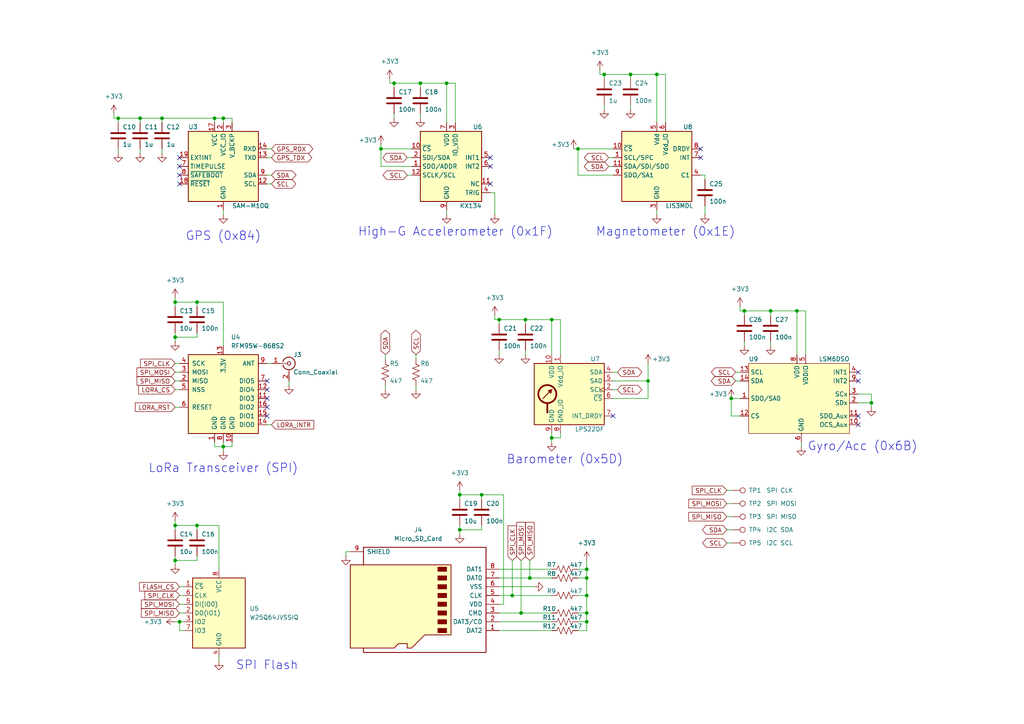
<source format=kicad_sch>
(kicad_sch (version 20231120) (generator "eeschema") (generator_version "8.0")
  (paper "A4")
  (lib_symbols
    (symbol "Connector:Conn_Coaxial" (pin_names (offset 1.016) hide)
      (property "Reference" "J" (at 0.254 3.048 0))
      (property "Value" "Conn_Coaxial" (at 2.921 0 90))
      (symbol "Conn_Coaxial_0_1"
        (arc (start -1.778 -0.508) (mid 0.2311 -1.8066) (end 1.778 0) (stroke (width 0.254)))
        (polyline (pts (xy -2.54 0) (xy -0.508 0)))
        (polyline (pts (xy 0 -2.54) (xy 0 -1.778)))
        (circle (center 0 0) (radius 0.508) (stroke (width 0.2032)))
        (arc (start 1.778 0) (mid 0.2099 1.8101) (end -1.778 0.508) (stroke (width 0.254)))
      )
      (symbol "Conn_Coaxial_1_1"
        (pin passive line (at -5.08 0 0) (length 2.54) (name "In") (number "1"))
        (pin passive line (at 0 -5.08 90) (length 2.54) (name "Ext") (number "2"))
      )
    )
    (symbol "Connector:Micro_SD_Card" (pin_names (offset 1.016))
      (property "Reference" "J" (at -16.51 15.24 0))
      (property "Value" "Micro_SD_Card" (at 16.51 15.24 0))
      (symbol "Micro_SD_Card_0_1"
        (rectangle (start -7.62 -9.525) (end -5.08 -10.795) (fill (type outline)))
        (rectangle (start -7.62 -6.985) (end -5.08 -8.255) (fill (type outline)))
        (rectangle (start -7.62 -4.445) (end -5.08 -5.715) (fill (type outline)))
        (rectangle (start -7.62 -1.905) (end -5.08 -3.175) (fill (type outline)))
        (rectangle (start -7.62 0.635) (end -5.08 -0.635) (fill (type outline)))
        (rectangle (start -7.62 3.175) (end -5.08 1.905) (fill (type outline)))
        (rectangle (start -7.62 5.715) (end -5.08 4.445) (fill (type outline)))
        (rectangle (start -7.62 8.255) (end -5.08 6.985) (fill (type outline)))
        (polyline (pts (xy 16.51 12.7) (xy 16.51 13.97) (xy -19.05 13.97) (xy -19.05 -16.51) (xy 16.51 -16.51) (xy 16.51 -11.43)) (stroke (width 0.254)))
        (polyline (pts (xy -8.89 -11.43) (xy -8.89 8.89) (xy -1.27 8.89) (xy 2.54 12.7) (xy 3.81 12.7) (xy 3.81 11.43) (xy 6.35 11.43) (xy 7.62 12.7) (xy 20.32 12.7) (xy 20.32 -11.43) (xy -8.89 -11.43)) (stroke (width 0.254)) (fill (type background)))
      )
      (symbol "Micro_SD_Card_1_1"
        (pin bidirectional line (at -22.86 7.62 0) (length 3.81) (name "DAT2") (number "1"))
        (pin bidirectional line (at -22.86 5.08 0) (length 3.81) (name "DAT3/CD") (number "2"))
        (pin input line (at -22.86 2.54 0) (length 3.81) (name "CMD") (number "3"))
        (pin power_in line (at -22.86 0 0) (length 3.81) (name "VDD") (number "4"))
        (pin input line (at -22.86 -2.54 0) (length 3.81) (name "CLK") (number "5"))
        (pin power_in line (at -22.86 -5.08 0) (length 3.81) (name "VSS") (number "6"))
        (pin bidirectional line (at -22.86 -7.62 0) (length 3.81) (name "DAT0") (number "7"))
        (pin bidirectional line (at -22.86 -10.16 0) (length 3.81) (name "DAT1") (number "8"))
        (pin passive line (at 20.32 -15.24 180) (length 3.81) (name "SHIELD") (number "9"))
      )
    )
    (symbol "Connector:TestPoint" (pin_numbers hide) (pin_names (offset 0.762) hide)
      (property "Reference" "TP" (at 0 6.858 0))
      (property "Value" "TestPoint" (at 0 5.08 0))
      (symbol "TestPoint_0_1"
        (circle (center 0 3.302) (radius 0.762))
      )
      (symbol "TestPoint_1_1"
        (pin passive line (at 0 0 90) (length 2.54) (name "1") (number "1"))
      )
    )
    (symbol "Device:C" (pin_numbers hide) (pin_names (offset 0.254))
      (property "Reference" "C" (at 0.635 2.54 0))
      (property "Value" "C" (at 0.635 -2.54 0))
      (symbol "C_0_1"
        (polyline (pts (xy -2.032 -0.762) (xy 2.032 -0.762)) (stroke (width 0.508)))
        (polyline (pts (xy -2.032 0.762) (xy 2.032 0.762)) (stroke (width 0.508)))
      )
      (symbol "C_1_1"
        (pin passive line (at 0 3.81 270) (length 2.794) (name "~") (number "1"))
        (pin passive line (at 0 -3.81 90) (length 2.794) (name "~") (number "2"))
      )
    )
    (symbol "Device:R_US" (pin_numbers hide) (pin_names (offset 0))
      (property "Reference" "R" (at 2.54 0 90))
      (property "Value" "R_US" (at -2.54 0 90))
      (symbol "R_US_0_1"
        (polyline (pts (xy 0 -2.286) (xy 0 -2.54)))
        (polyline (pts (xy 0 2.286) (xy 0 2.54)))
        (polyline (pts (xy 0 -0.762) (xy 1.016 -1.143) (xy 0 -1.524) (xy -1.016 -1.905) (xy 0 -2.286)))
        (polyline (pts (xy 0 0.762) (xy 1.016 0.381) (xy 0 0) (xy -1.016 -0.381) (xy 0 -0.762)))
        (polyline (pts (xy 0 2.286) (xy 1.016 1.905) (xy 0 1.524) (xy -1.016 1.143) (xy 0 0.762)))
      )
      (symbol "R_US_1_1"
        (pin passive line (at 0 3.81 270) (length 1.27) (name "~") (number "1"))
        (pin passive line (at 0 -3.81 90) (length 1.27) (name "~") (number "2"))
      )
    )
    (symbol "MCU:KX134-1211"
      (property "Reference" "U" (at -7.62 10.16 0))
      (property "Value" "KX134" (at 6.35 10.16 0))
      (symbol "KX134-1211_0_1"
        (rectangle (start -8.89 8.89) (end 8.89 -11.43) (stroke (width 0.254)) (fill (type background)))
      )
      (symbol "KX134-1211_1_1"
        (pin input line (at -11.43 -1.27 0) (length 2.54) (name "SDO/ADDR") (number "1"))
        (pin input line (at -11.43 3.81 0) (length 2.54) (name "~{CS}") (number "10"))
        (pin passive line (at 11.43 -6.35 180) (length 2.54) (name "NC") (number "11"))
        (pin input line (at -11.43 -3.81 0) (length 2.54) (name "SCLK/SCL") (number "12"))
        (pin bidirectional line (at -11.43 1.27 0) (length 2.54) (name "SDI/SDA") (number "2"))
        (pin power_in line (at 1.27 11.43 270) (length 2.54) (name "IO_VDD") (number "3"))
        (pin input line (at 11.43 -8.89 180) (length 2.54) (name "TRIG") (number "4"))
        (pin output line (at 11.43 1.27 180) (length 2.54) (name "INT1") (number "5"))
        (pin output line (at 11.43 -1.27 180) (length 2.54) (name "INT2") (number "6"))
        (pin power_in line (at -1.27 11.43 270) (length 2.54) (name "VDD") (number "7"))
        (pin power_in line (at -1.27 -13.97 90) (length 2.54) hide (name "GND") (number "8"))
        (pin power_in line (at -1.27 -13.97 90) (length 2.54) (name "GND") (number "9"))
      )
    )
    (symbol "MCU:LSM6DSO"
      (property "Reference" "U" (at -13.97 13.97 0))
      (property "Value" "LSM6DSO" (at 10.16 13.97 0))
      (symbol "LSM6DSO_1_1"
        (rectangle (start -15.24 12.7) (end 13.97 -7.62) (fill (type background)))
        (pin bidirectional line (at -17.78 2.54 0) (length 2.54) (name "SDO/SA0") (number "1"))
        (pin bidirectional line (at 16.51 -5.08 180) (length 2.54) (name "OCS_Aux") (number "10"))
        (pin bidirectional line (at 16.51 -2.54 180) (length 2.54) (name "SDO_Aux") (number "11"))
        (pin input line (at -17.78 -2.54 0) (length 2.54) (name "CS") (number "12"))
        (pin bidirectional line (at -17.78 10.16 0) (length 2.54) (name "SCL") (number "13"))
        (pin bidirectional line (at -17.78 7.62 0) (length 2.54) (name "SDA") (number "14"))
        (pin bidirectional line (at 16.51 1.27 180) (length 2.54) (name "SDx") (number "2"))
        (pin bidirectional line (at 16.51 3.81 180) (length 2.54) (name "SCx") (number "3"))
        (pin output line (at 16.51 10.16 180) (length 2.54) (name "INT1") (number "4"))
        (pin power_in line (at 1.27 15.24 270) (length 2.54) (name "VDDIO") (number "5"))
        (pin power_in line (at 0 -10.16 90) (length 2.54) (name "GND") (number "6"))
        (pin power_in line (at 0 -10.16 90) (length 2.54) hide (name "GND") (number "7"))
        (pin power_in line (at -1.27 15.24 270) (length 2.54) (name "VDD") (number "8"))
        (pin output line (at 16.51 7.62 180) (length 2.54) (name "INT2") (number "9"))
      )
    )
    (symbol "MCU:SAM-M10Q"
      (property "Reference" "U" (at -8.89 11.43 0))
      (property "Value" "SAM-M10Q" (at 10.16 11.43 0))
      (symbol "SAM-M10Q_0_1"
        (rectangle (start -10.16 10.16) (end 10.16 -10.16) (stroke (width 0.254)) (fill (type background)))
      )
      (symbol "SAM-M10Q_1_1"
        (pin power_in line (at 0 -12.7 90) (length 2.54) (name "GND") (number "1"))
        (pin passive line (at 0 -12.7 90) (length 2.54) hide (name "GND") (number "10"))
        (pin passive line (at 0 -12.7 90) (length 2.54) hide (name "GND") (number "11"))
        (pin input line (at 12.7 -5.08 180) (length 2.54) (name "SCL") (number "12"))
        (pin output line (at 12.7 2.54 180) (length 2.54) (name "TXD") (number "13"))
        (pin input line (at 12.7 5.08 180) (length 2.54) (name "RXD") (number "14"))
        (pin passive line (at 0 -12.7 90) (length 2.54) hide (name "GND") (number "15"))
        (pin passive line (at 0 -12.7 90) (length 2.54) hide (name "GND") (number "16"))
        (pin power_in line (at -2.54 12.7 270) (length 2.54) (name "VCC") (number "17"))
        (pin input line (at -12.7 -5.08 0) (length 2.54) (name "~{RESET}") (number "18"))
        (pin input line (at -12.7 2.54 0) (length 2.54) (name "EXTINT") (number "19"))
        (pin power_in line (at 0 12.7 270) (length 2.54) (name "VCC_IO") (number "2"))
        (pin passive line (at 0 -12.7 90) (length 2.54) hide (name "GND") (number "20"))
        (pin power_in line (at 2.54 12.7 270) (length 2.54) (name "V_BCKP") (number "3"))
        (pin passive line (at 0 -12.7 90) (length 2.54) hide (name "GND") (number "4"))
        (pin passive line (at 0 -12.7 90) (length 2.54) hide (name "GND") (number "5"))
        (pin passive line (at 0 -12.7 90) (length 2.54) hide (name "GND") (number "6"))
        (pin output line (at -12.7 0 0) (length 2.54) (name "TIMEPULSE") (number "7"))
        (pin input line (at -12.7 -2.54 0) (length 2.54) (name "~{SAFEBOOT}") (number "8"))
        (pin bidirectional line (at 12.7 -2.54 180) (length 2.54) (name "SDA") (number "9"))
      )
    )
    (symbol "MCU:W25Q64JVSSIQ"
      (property "Reference" "U" (at -8.89 12.7 0))
      (property "Value" "W25Q64JVSSIQ" (at 8.89 11.43 0))
      (symbol "W25Q64JVSSIQ_0_1"
        (rectangle (start -8.89 10.16) (end 6.35 -10.16) (stroke (width 0.254)) (fill (type background)))
      )
      (symbol "W25Q64JVSSIQ_1_1"
        (pin input line (at -11.43 7.62 0) (length 2.54) (name "~{CS}") (number "1"))
        (pin bidirectional line (at -11.43 0 0) (length 2.54) (name "DO(IO1)") (number "2"))
        (pin bidirectional line (at -11.43 -2.54 0) (length 2.54) (name "IO2") (number "3"))
        (pin power_in line (at -1.27 -12.7 90) (length 2.54) (name "GND") (number "4"))
        (pin bidirectional line (at -11.43 2.54 0) (length 2.54) (name "DI(IO0)") (number "5"))
        (pin input line (at -11.43 5.08 0) (length 2.54) (name "CLK") (number "6"))
        (pin bidirectional line (at -11.43 -5.08 0) (length 2.54) (name "IO3") (number "7"))
        (pin power_in line (at -1.27 12.7 270) (length 2.54) (name "VCC") (number "8"))
      )
    )
    (symbol "RF_Module:RFM95W-868S2" (pin_names (offset 1.016))
      (property "Reference" "U" (at -10.414 11.684 0))
      (property "Value" "RFM95W-868S2" (at 1.524 11.43 0))
      (symbol "RFM95W-868S2_0_1"
        (rectangle (start -10.16 10.16) (end 10.16 -12.7) (stroke (width 0.254)) (fill (type background)))
      )
      (symbol "RFM95W-868S2_1_1"
        (pin power_in line (at -2.54 -15.24 90) (length 2.54) (name "GND") (number "1"))
        (pin power_in line (at 2.54 -15.24 90) (length 2.54) (name "GND") (number "10"))
        (pin bidirectional line (at 12.7 -2.54 180) (length 2.54) (name "DIO3") (number "11"))
        (pin bidirectional line (at 12.7 0 180) (length 2.54) (name "DIO4") (number "12"))
        (pin power_in line (at 0 12.7 270) (length 2.54) (name "3.3V") (number "13"))
        (pin bidirectional line (at 12.7 -10.16 180) (length 2.54) (name "DIO0") (number "14"))
        (pin bidirectional line (at 12.7 -7.62 180) (length 2.54) (name "DIO1") (number "15"))
        (pin bidirectional line (at 12.7 -5.08 180) (length 2.54) (name "DIO2") (number "16"))
        (pin output line (at -12.7 2.54 0) (length 2.54) (name "MISO") (number "2"))
        (pin input line (at -12.7 5.08 0) (length 2.54) (name "MOSI") (number "3"))
        (pin input line (at -12.7 7.62 0) (length 2.54) (name "SCK") (number "4"))
        (pin input line (at -12.7 0 0) (length 2.54) (name "NSS") (number "5"))
        (pin bidirectional line (at -12.7 -5.08 0) (length 2.54) (name "RESET") (number "6"))
        (pin bidirectional line (at 12.7 2.54 180) (length 2.54) (name "DIO5") (number "7"))
        (pin power_in line (at 0 -15.24 90) (length 2.54) (name "GND") (number "8"))
        (pin bidirectional line (at 12.7 7.62 180) (length 2.54) (name "ANT") (number "9"))
      )
    )
    (symbol "Sensor_Magnetic:LIS3MDL"
      (property "Reference" "U" (at -8.89 11.43 0))
      (property "Value" "LIS3MDL" (at 7.62 11.43 0))
      (symbol "LIS3MDL_0_1"
        (rectangle (start -10.16 10.16) (end 10.16 -10.16) (stroke (width 0.254)) (fill (type background)))
      )
      (symbol "LIS3MDL_1_1"
        (pin input line (at -12.7 2.54 0) (length 2.54) (name "SCL/SPC") (number "1"))
        (pin input line (at -12.7 5.08 0) (length 2.54) (name "~{CS}") (number "10"))
        (pin bidirectional line (at -12.7 0 0) (length 2.54) (name "SDA/SDI/SDO") (number "11"))
        (pin passive line (at 0 -12.7 90) (length 2.54) hide (name "GND") (number "12"))
        (pin passive line (at 0 -12.7 90) (length 2.54) hide (name "GND") (number "2"))
        (pin power_in line (at 0 -12.7 90) (length 2.54) (name "GND") (number "3"))
        (pin power_out line (at 12.7 -2.54 180) (length 2.54) (name "C1") (number "4"))
        (pin power_in line (at 0 12.7 270) (length 2.54) (name "Vdd") (number "5"))
        (pin power_in line (at 2.54 12.7 270) (length 2.54) (name "Vdd_IO") (number "6"))
        (pin output line (at 12.7 2.54 180) (length 2.54) (name "INT") (number "7"))
        (pin output line (at 12.7 5.08 180) (length 2.54) (name "DRDY") (number "8"))
        (pin bidirectional line (at -12.7 -2.54 0) (length 2.54) (name "SDO/SA1") (number "9"))
      )
    )
    (symbol "Sensor_Pressure:LPS22DF"
      (property "Reference" "U" (at -11.43 1.27 0))
      (property "Value" "LPS22DF" (at -11.176 -1.27 0))
      (symbol "LPS22DF_0_1"
        (rectangle (start -10.16 10.16) (end 10.16 -7.62) (stroke (width 0.254)) (fill (type background)))
        (circle (center -6.35 1.27) (radius 2.6162) (stroke (width 0.508)))
        (polyline (pts (xy -7.62 0) (xy -5.08 2.54)) (stroke (width 0.254)))
        (polyline (pts (xy -6.35 -1.524) (xy -6.35 -4.064)) (stroke (width 0.508)))
        (polyline (pts (xy -5.08 2.54) (xy -5.334 1.524) (xy -6.096 2.286) (xy -5.08 2.54)) (stroke (width 0.254)) (fill (type outline)))
      )
      (symbol "LPS22DF_1_1"
        (pin power_in line (at -2.54 12.7 270) (length 2.54) (name "Vdd_IO") (number "1"))
        (pin power_in line (at -5.08 12.7 270) (length 2.54) (name "VDD") (number "10"))
        (pin input clock (at 12.7 2.54 180) (length 2.54) (name "SCL") (number "2"))
        (pin passive line (at -5.08 -10.16 90) (length 2.54) hide (name "GND") (number "3"))
        (pin bidirectional line (at 12.7 7.62 180) (length 2.54) (name "SDA") (number "4"))
        (pin input line (at 12.7 5.08 180) (length 2.54) (name "SA0") (number "5"))
        (pin input line (at 12.7 0 180) (length 2.54) (name "~{CS}") (number "6"))
        (pin output line (at 12.7 -5.08 180) (length 2.54) (name "INT_DRDY") (number "7"))
        (pin power_in line (at -2.54 -10.16 90) (length 2.54) (name "GND_IO") (number "8"))
        (pin power_in line (at -5.08 -10.16 90) (length 2.54) (name "GND") (number "9"))
      )
    )
    (symbol "power:+3V3" (power) (pin_numbers hide) (pin_names (offset 0) hide)
      (property "Value" "+3V3" (at 0 3.556 0))
      (symbol "+3V3_0_1"
        (polyline (pts (xy -0.762 1.27) (xy 0 2.54)))
        (polyline (pts (xy 0 0) (xy 0 2.54)))
        (polyline (pts (xy 0 2.54) (xy 0.762 1.27)))
      )
      (symbol "+3V3_1_1"
        (pin power_in line (at 0 0 90) (length 0) (name "~") (number "1"))
      )
    )
    (symbol "power:GND" (power) (pin_numbers hide) (pin_names (offset 0) hide)
      (property "Value" "GND" (at 0 -3.81 0))
      (symbol "GND_0_1"
        (polyline (pts (xy 0 0) (xy 0 -1.27) (xy 1.27 -1.27) (xy 0 -2.54) (xy -1.27 -1.27) (xy 0 -1.27)))
      )
      (symbol "GND_1_1"
        (pin power_in line (at 0 0 270) (length 0) (name "~") (number "1"))
      )
    )
  )
  (junction (at 114.3 24.13))
  (junction (at 57.15 87.63))
  (junction (at 62.23 34.29))
  (junction (at 231.14 90.17))
  (junction (at 223.52 90.17))
  (junction (at 110.49 43.18))
  (junction (at 57.15 152.4))
  (junction (at 129.54 24.13))
  (junction (at 46.99 34.29))
  (junction (at 182.88 21.59))
  (junction (at 167.64 43.18))
  (junction (at 139.7 143.51))
  (junction (at 160.02 127))
  (junction (at 50.8 152.4))
  (junction (at 133.35 153.67))
  (junction (at 64.77 129.54))
  (junction (at 170.18 180.34))
  (junction (at 152.4 92.71))
  (junction (at 190.5 21.59))
  (junction (at 50.8 97.79))
  (junction (at 133.35 143.51))
  (junction (at 212.09 115.57))
  (junction (at 170.18 167.64))
  (junction (at 144.78 92.71))
  (junction (at 170.18 165.1))
  (junction (at 153.67 167.64))
  (junction (at 187.96 110.49))
  (junction (at 64.77 34.29))
  (junction (at 170.18 172.72))
  (junction (at 50.8 162.56))
  (junction (at 160.02 92.71))
  (junction (at 252.73 116.84))
  (junction (at 148.59 172.72))
  (junction (at 40.64 34.29))
  (junction (at 121.92 24.13))
  (junction (at 50.8 87.63))
  (junction (at 52.07 180.34))
  (junction (at 34.29 34.29))
  (junction (at 151.13 177.8))
  (junction (at 170.18 177.8))
  (junction (at 175.26 21.59))
  (junction (at 215.9 90.17))
  (no_connect (at 248.92 107.95))
  (no_connect (at 77.47 120.65))
  (no_connect (at 177.8 120.65))
  (no_connect (at 142.24 53.34))
  (no_connect (at 203.2 45.72))
  (no_connect (at 248.92 110.49))
  (no_connect (at 52.07 45.72))
  (no_connect (at 77.47 110.49))
  (no_connect (at 77.47 115.57))
  (no_connect (at 52.07 50.8))
  (no_connect (at 77.47 118.11))
  (no_connect (at 142.24 45.72))
  (no_connect (at 203.2 43.18))
  (no_connect (at 248.92 123.19))
  (no_connect (at 52.07 48.26))
  (no_connect (at 77.47 113.03))
  (no_connect (at 142.24 48.26))
  (no_connect (at 52.07 53.34))
  (no_connect (at 248.92 120.65))
  (wire (pts (xy 170.18 167.64) (xy 170.18 172.72)))
  (wire (pts (xy 57.15 153.67) (xy 57.15 152.4)))
  (wire (pts (xy 67.31 34.29) (xy 64.77 34.29)))
  (wire (pts (xy 34.29 34.29) (xy 40.64 34.29)))
  (wire (pts (xy 57.15 88.9) (xy 57.15 87.63)))
  (wire (pts (xy 52.07 175.26) (xy 53.34 175.26)))
  (wire (pts (xy 50.8 152.4) (xy 50.8 153.67)))
  (wire (pts (xy 177.8 115.57) (xy 187.96 115.57)))
  (wire (pts (xy 170.18 162.56) (xy 170.18 165.1)))
  (wire (pts (xy 33.02 34.29) (xy 34.29 34.29)))
  (wire (pts (xy 110.49 41.91) (xy 110.49 43.18)))
  (wire (pts (xy 50.8 113.03) (xy 52.07 113.03)))
  (wire (pts (xy 212.09 115.57) (xy 212.09 120.65)))
  (wire (pts (xy 52.07 177.8) (xy 53.34 177.8)))
  (wire (pts (xy 144.78 92.71) (xy 152.4 92.71)))
  (wire (pts (xy 166.37 43.18) (xy 167.64 43.18)))
  (wire (pts (xy 52.07 180.34) (xy 52.07 182.88)))
  (wire (pts (xy 213.36 107.95) (xy 214.63 107.95)))
  (wire (pts (xy 177.8 110.49) (xy 187.96 110.49)))
  (wire (pts (xy 167.64 43.18) (xy 177.8 43.18)))
  (wire (pts (xy 144.78 172.72) (xy 148.59 172.72)))
  (wire (pts (xy 139.7 152.4) (xy 139.7 153.67)))
  (wire (pts (xy 64.77 34.29) (xy 64.77 35.56)))
  (wire (pts (xy 170.18 165.1) (xy 170.18 167.64)))
  (wire (pts (xy 129.54 60.96) (xy 129.54 62.23)))
  (wire (pts (xy 113.03 22.86) (xy 113.03 24.13)))
  (wire (pts (xy 144.78 177.8) (xy 151.13 177.8)))
  (wire (pts (xy 78.74 123.19) (xy 77.47 123.19)))
  (wire (pts (xy 170.18 180.34) (xy 170.18 182.88)))
  (wire (pts (xy 121.92 24.13) (xy 121.92 25.4)))
  (wire (pts (xy 77.47 43.18) (xy 78.74 43.18)))
  (wire (pts (xy 231.14 90.17) (xy 231.14 102.87)))
  (wire (pts (xy 50.8 105.41) (xy 52.07 105.41)))
  (wire (pts (xy 50.8 107.95) (xy 52.07 107.95)))
  (wire (pts (xy 231.14 90.17) (xy 223.52 90.17)))
  (wire (pts (xy 110.49 43.18) (xy 119.38 43.18)))
  (wire (pts (xy 162.56 127) (xy 160.02 127)))
  (wire (pts (xy 160.02 127) (xy 160.02 128.27)))
  (wire (pts (xy 50.8 86.36) (xy 50.8 87.63)))
  (wire (pts (xy 111.76 111.76) (xy 111.76 113.03)))
  (wire (pts (xy 204.47 59.69) (xy 204.47 62.23)))
  (wire (pts (xy 139.7 144.78) (xy 139.7 143.51)))
  (wire (pts (xy 212.09 120.65) (xy 214.63 120.65)))
  (wire (pts (xy 214.63 90.17) (xy 215.9 90.17)))
  (wire (pts (xy 120.65 111.76) (xy 120.65 113.03)))
  (wire (pts (xy 118.11 45.72) (xy 119.38 45.72)))
  (wire (pts (xy 143.51 91.44) (xy 143.51 92.71)))
  (wire (pts (xy 129.54 24.13) (xy 129.54 35.56)))
  (wire (pts (xy 64.77 87.63) (xy 57.15 87.63)))
  (wire (pts (xy 144.78 93.98) (xy 144.78 92.71)))
  (wire (pts (xy 167.64 43.18) (xy 167.64 50.8)))
  (wire (pts (xy 175.26 21.59) (xy 175.26 22.86)))
  (wire (pts (xy 114.3 25.4) (xy 114.3 24.13)))
  (wire (pts (xy 248.92 116.84) (xy 252.73 116.84)))
  (wire (pts (xy 52.07 170.18) (xy 53.34 170.18)))
  (wire (pts (xy 187.96 110.49) (xy 187.96 115.57)))
  (wire (pts (xy 215.9 91.44) (xy 215.9 90.17)))
  (wire (pts (xy 133.35 153.67) (xy 139.7 153.67)))
  (wire (pts (xy 182.88 22.86) (xy 182.88 21.59)))
  (wire (pts (xy 160.02 102.87) (xy 160.02 92.71)))
  (wire (pts (xy 57.15 161.29) (xy 57.15 162.56)))
  (wire (pts (xy 210.82 157.48) (xy 212.09 157.48)))
  (wire (pts (xy 57.15 152.4) (xy 50.8 152.4)))
  (wire (pts (xy 62.23 129.54) (xy 62.23 128.27)))
  (wire (pts (xy 175.26 21.59) (xy 182.88 21.59)))
  (wire (pts (xy 50.8 162.56) (xy 57.15 162.56)))
  (wire (pts (xy 210.82 153.67) (xy 212.09 153.67)))
  (wire (pts (xy 190.5 21.59) (xy 190.5 35.56)))
  (wire (pts (xy 113.03 24.13) (xy 114.3 24.13)))
  (wire (pts (xy 50.8 180.34) (xy 52.07 180.34)))
  (wire (pts (xy 167.64 167.64) (xy 170.18 167.64)))
  (wire (pts (xy 146.05 175.26) (xy 144.78 175.26)))
  (wire (pts (xy 133.35 152.4) (xy 133.35 153.67)))
  (wire (pts (xy 114.3 24.13) (xy 121.92 24.13)))
  (wire (pts (xy 162.56 92.71) (xy 160.02 92.71)))
  (wire (pts (xy 64.77 60.96) (xy 64.77 62.23)))
  (wire (pts (xy 170.18 182.88) (xy 167.64 182.88)))
  (wire (pts (xy 144.78 182.88) (xy 160.02 182.88)))
  (wire (pts (xy 187.96 105.41) (xy 187.96 110.49)))
  (wire (pts (xy 77.47 105.41) (xy 78.74 105.41)))
  (wire (pts (xy 77.47 50.8) (xy 78.74 50.8)))
  (wire (pts (xy 144.78 101.6) (xy 144.78 102.87)))
  (wire (pts (xy 143.51 55.88) (xy 142.24 55.88)))
  (wire (pts (xy 233.68 90.17) (xy 231.14 90.17)))
  (wire (pts (xy 204.47 52.07) (xy 204.47 50.8)))
  (wire (pts (xy 63.5 152.4) (xy 57.15 152.4)))
  (wire (pts (xy 215.9 99.06) (xy 215.9 100.33)))
  (wire (pts (xy 151.13 177.8) (xy 160.02 177.8)))
  (wire (pts (xy 111.76 102.87) (xy 111.76 104.14)))
  (wire (pts (xy 64.77 128.27) (xy 64.77 129.54)))
  (wire (pts (xy 233.68 102.87) (xy 233.68 90.17)))
  (wire (pts (xy 50.8 151.13) (xy 50.8 152.4)))
  (wire (pts (xy 53.34 182.88) (xy 52.07 182.88)))
  (wire (pts (xy 144.78 170.18) (xy 154.94 170.18)))
  (wire (pts (xy 132.08 35.56) (xy 132.08 24.13)))
  (wire (pts (xy 215.9 90.17) (xy 223.52 90.17)))
  (wire (pts (xy 50.8 110.49) (xy 52.07 110.49)))
  (wire (pts (xy 67.31 129.54) (xy 64.77 129.54)))
  (wire (pts (xy 162.56 102.87) (xy 162.56 92.71)))
  (wire (pts (xy 132.08 24.13) (xy 129.54 24.13)))
  (wire (pts (xy 173.99 20.32) (xy 173.99 21.59)))
  (wire (pts (xy 101.6 160.02) (xy 100.33 160.02)))
  (wire (pts (xy 34.29 35.56) (xy 34.29 34.29)))
  (wire (pts (xy 133.35 153.67) (xy 133.35 154.94)))
  (wire (pts (xy 50.8 118.11) (xy 52.07 118.11)))
  (wire (pts (xy 153.67 162.56) (xy 153.67 167.64)))
  (wire (pts (xy 170.18 177.8) (xy 170.18 180.34)))
  (wire (pts (xy 151.13 162.56) (xy 151.13 177.8)))
  (wire (pts (xy 50.8 161.29) (xy 50.8 162.56)))
  (wire (pts (xy 57.15 96.52) (xy 57.15 97.79)))
  (wire (pts (xy 167.64 177.8) (xy 170.18 177.8)))
  (wire (pts (xy 177.8 107.95) (xy 179.07 107.95)))
  (wire (pts (xy 121.92 24.13) (xy 129.54 24.13)))
  (wire (pts (xy 232.41 128.27) (xy 232.41 129.54)))
  (wire (pts (xy 50.8 97.79) (xy 57.15 97.79)))
  (wire (pts (xy 143.51 92.71) (xy 144.78 92.71)))
  (wire (pts (xy 46.99 43.18) (xy 46.99 44.45)))
  (wire (pts (xy 110.49 48.26) (xy 110.49 43.18)))
  (wire (pts (xy 100.33 160.02) (xy 100.33 161.29)))
  (wire (pts (xy 46.99 34.29) (xy 62.23 34.29)))
  (wire (pts (xy 210.82 149.86) (xy 212.09 149.86)))
  (wire (pts (xy 139.7 143.51) (xy 133.35 143.51)))
  (wire (pts (xy 175.26 30.48) (xy 175.26 31.75)))
  (wire (pts (xy 40.64 34.29) (xy 46.99 34.29)))
  (wire (pts (xy 77.47 45.72) (xy 78.74 45.72)))
  (wire (pts (xy 50.8 97.79) (xy 50.8 99.06)))
  (wire (pts (xy 182.88 30.48) (xy 182.88 31.75)))
  (wire (pts (xy 50.8 162.56) (xy 50.8 163.83)))
  (wire (pts (xy 160.02 125.73) (xy 160.02 127)))
  (wire (pts (xy 121.92 33.02) (xy 121.92 34.29)))
  (wire (pts (xy 210.82 142.24) (xy 212.09 142.24)))
  (wire (pts (xy 50.8 87.63) (xy 50.8 88.9)))
  (wire (pts (xy 83.82 110.49) (xy 83.82 111.76)))
  (wire (pts (xy 176.53 48.26) (xy 177.8 48.26)))
  (wire (pts (xy 223.52 90.17) (xy 223.52 91.44)))
  (wire (pts (xy 118.11 50.8) (xy 119.38 50.8)))
  (wire (pts (xy 160.02 92.71) (xy 152.4 92.71)))
  (wire (pts (xy 77.47 53.34) (xy 78.74 53.34)))
  (wire (pts (xy 152.4 92.71) (xy 152.4 93.98)))
  (wire (pts (xy 50.8 96.52) (xy 50.8 97.79)))
  (wire (pts (xy 170.18 172.72) (xy 170.18 177.8)))
  (wire (pts (xy 252.73 116.84) (xy 252.73 114.3)))
  (wire (pts (xy 63.5 165.1) (xy 63.5 152.4)))
  (wire (pts (xy 167.64 172.72) (xy 170.18 172.72)))
  (wire (pts (xy 40.64 43.18) (xy 40.64 44.45)))
  (wire (pts (xy 176.53 45.72) (xy 177.8 45.72)))
  (wire (pts (xy 139.7 143.51) (xy 146.05 143.51)))
  (wire (pts (xy 223.52 99.06) (xy 223.52 100.33)))
  (wire (pts (xy 64.77 130.81) (xy 64.77 129.54)))
  (wire (pts (xy 40.64 35.56) (xy 40.64 34.29)))
  (wire (pts (xy 63.5 190.5) (xy 63.5 191.77)))
  (wire (pts (xy 57.15 87.63) (xy 50.8 87.63)))
  (wire (pts (xy 67.31 35.56) (xy 67.31 34.29)))
  (wire (pts (xy 62.23 34.29) (xy 62.23 35.56)))
  (wire (pts (xy 148.59 172.72) (xy 160.02 172.72)))
  (wire (pts (xy 46.99 35.56) (xy 46.99 34.29)))
  (wire (pts (xy 67.31 128.27) (xy 67.31 129.54)))
  (wire (pts (xy 210.82 146.05) (xy 212.09 146.05)))
  (wire (pts (xy 64.77 100.33) (xy 64.77 87.63)))
  (wire (pts (xy 193.04 21.59) (xy 190.5 21.59)))
  (wire (pts (xy 190.5 60.96) (xy 190.5 62.23)))
  (wire (pts (xy 52.07 180.34) (xy 53.34 180.34)))
  (wire (pts (xy 52.07 172.72) (xy 53.34 172.72)))
  (wire (pts (xy 252.73 118.11) (xy 252.73 116.84)))
  (wire (pts (xy 152.4 101.6) (xy 152.4 102.87)))
  (wire (pts (xy 167.64 165.1) (xy 170.18 165.1)))
  (wire (pts (xy 143.51 62.23) (xy 143.51 55.88)))
  (wire (pts (xy 212.09 115.57) (xy 214.63 115.57)))
  (wire (pts (xy 114.3 33.02) (xy 114.3 34.29)))
  (wire (pts (xy 120.65 102.87) (xy 120.65 104.14)))
  (wire (pts (xy 148.59 162.56) (xy 148.59 172.72)))
  (wire (pts (xy 34.29 43.18) (xy 34.29 44.45)))
  (wire (pts (xy 119.38 48.26) (xy 110.49 48.26)))
  (wire (pts (xy 193.04 35.56) (xy 193.04 21.59)))
  (wire (pts (xy 162.56 125.73) (xy 162.56 127)))
  (wire (pts (xy 173.99 21.59) (xy 175.26 21.59)))
  (wire (pts (xy 64.77 34.29) (xy 62.23 34.29)))
  (wire (pts (xy 252.73 114.3) (xy 248.92 114.3)))
  (wire (pts (xy 204.47 50.8) (xy 203.2 50.8)))
  (wire (pts (xy 144.78 180.34) (xy 160.02 180.34)))
  (wire (pts (xy 213.36 110.49) (xy 214.63 110.49)))
  (wire (pts (xy 146.05 143.51) (xy 146.05 175.26)))
  (wire (pts (xy 33.02 33.02) (xy 33.02 34.29)))
  (wire (pts (xy 133.35 143.51) (xy 133.35 144.78)))
  (wire (pts (xy 179.07 113.03) (xy 177.8 113.03)))
  (wire (pts (xy 214.63 88.9) (xy 214.63 90.17)))
  (wire (pts (xy 133.35 142.24) (xy 133.35 143.51)))
  (wire (pts (xy 64.77 129.54) (xy 62.23 129.54)))
  (wire (pts (xy 153.67 167.64) (xy 160.02 167.64)))
  (wire (pts (xy 190.5 21.59) (xy 182.88 21.59)))
  (wire (pts (xy 167.64 180.34) (xy 170.18 180.34)))
  (wire (pts (xy 167.64 50.8) (xy 177.8 50.8)))
  (wire (pts (xy 144.78 167.64) (xy 153.67 167.64)))
  (wire (pts (xy 144.78 165.1) (xy 160.02 165.1)))
  (text "Magnetometer (0x1E)" (at 193.04 67.31 0) (effects (font (size 2.5 2.5))))
  (text "GPS (0x84)" (at 64.77 68.58 0) (effects (font (size 2.5 2.5))))
  (text "High-G Accelerometer (0x1F)" (at 132.08 67.31 0) (effects (font (size 2.5 2.5))))
  (text "Gyro/Acc (0x6B)" (at 250.19 129.54 0) (effects (font (size 2.5 2.5))))
  (text "LoRa Transceiver (SPI)" (at 64.77 135.89 0) (effects (font (size 2.5 2.5))))
  (text "SPI Flash" (at 77.47 193.04 0) (effects (font (size 2.5 2.5))))
  (text "Barometer (0x5D)" (at 163.83 133.35 0) (effects (font (size 2.5 2.5))))
  (global_label "SPI_MISO" (shape input) (at 50.8 110.49 180) (property "Intersheetrefs" "${INTERSHEET_REFS}" (effects (hide yes))))
  (global_label "FLASH_CS" (shape input) (at 52.07 170.18 180) (property "Intersheetrefs" "${INTERSHEET_REFS}" (effects (hide yes))))
  (global_label "SCL" (shape bidirectional) (at 120.65 102.87 90) (property "Intersheetrefs" "${INTERSHEET_REFS}" (effects (hide yes))))
  (global_label "SPI_CLK" (shape input) (at 210.82 142.24 180) (property "Intersheetrefs" "${INTERSHEET_REFS}" (effects (hide yes))))
  (global_label "SCL" (shape bidirectional) (at 210.82 157.48 180) (property "Intersheetrefs" "${INTERSHEET_REFS}" (effects (hide yes))))
  (global_label "SCL" (shape bidirectional) (at 176.53 45.72 180) (property "Intersheetrefs" "${INTERSHEET_REFS}" (effects (hide yes))))
  (global_label "SCL" (shape bidirectional) (at 179.07 113.03 0) (property "Intersheetrefs" "${INTERSHEET_REFS}" (effects (hide yes))))
  (global_label "GPS_RDX" (shape bidirectional) (at 78.74 43.18 0) (property "Intersheetrefs" "${INTERSHEET_REFS}" (effects (hide yes))))
  (global_label "SPI_MOSI" (shape input) (at 50.8 107.95 180) (property "Intersheetrefs" "${INTERSHEET_REFS}" (effects (hide yes))))
  (global_label "SCL" (shape bidirectional) (at 213.36 107.95 180) (property "Intersheetrefs" "${INTERSHEET_REFS}" (effects (hide yes))))
  (global_label "SDA" (shape bidirectional) (at 179.07 107.95 0) (property "Intersheetrefs" "${INTERSHEET_REFS}" (effects (hide yes))))
  (global_label "SDA" (shape bidirectional) (at 111.76 102.87 90) (property "Intersheetrefs" "${INTERSHEET_REFS}" (effects (hide yes))))
  (global_label "SCL" (shape bidirectional) (at 78.74 53.34 0) (property "Intersheetrefs" "${INTERSHEET_REFS}" (effects (hide yes))))
  (global_label "LORA_CS" (shape input) (at 50.8 113.03 180) (property "Intersheetrefs" "${INTERSHEET_REFS}" (effects (hide yes))))
  (global_label "SDA" (shape bidirectional) (at 176.53 48.26 180) (property "Intersheetrefs" "${INTERSHEET_REFS}" (effects (hide yes))))
  (global_label "SPI_CLK" (shape input) (at 50.8 105.41 180) (property "Intersheetrefs" "${INTERSHEET_REFS}" (effects (hide yes))))
  (global_label "SPI_CLK" (shape input) (at 148.59 162.56 90) (property "Intersheetrefs" "${INTERSHEET_REFS}" (effects (hide yes))))
  (global_label "SPI_MISO" (shape input) (at 210.82 149.86 180) (property "Intersheetrefs" "${INTERSHEET_REFS}" (effects (hide yes))))
  (global_label "SPI_MISO" (shape input) (at 153.67 162.56 90) (property "Intersheetrefs" "${INTERSHEET_REFS}" (effects (hide yes))))
  (global_label "LORA_INTR" (shape input) (at 78.74 123.19 0) (property "Intersheetrefs" "${INTERSHEET_REFS}" (effects (hide yes))))
  (global_label "SDA" (shape bidirectional) (at 78.74 50.8 0) (property "Intersheetrefs" "${INTERSHEET_REFS}" (effects (hide yes))))
  (global_label "LORA_RST" (shape input) (at 50.8 118.11 180) (property "Intersheetrefs" "${INTERSHEET_REFS}" (effects (hide yes))))
  (global_label "SDA" (shape bidirectional) (at 210.82 153.67 180) (property "Intersheetrefs" "${INTERSHEET_REFS}" (effects (hide yes))))
  (global_label "SDA" (shape bidirectional) (at 118.11 45.72 180) (property "Intersheetrefs" "${INTERSHEET_REFS}" (effects (hide yes))))
  (global_label "SDA" (shape bidirectional) (at 213.36 110.49 180) (property "Intersheetrefs" "${INTERSHEET_REFS}" (effects (hide yes))))
  (global_label "SCL" (shape bidirectional) (at 118.11 50.8 180) (property "Intersheetrefs" "${INTERSHEET_REFS}" (effects (hide yes))))
  (global_label "SPI_MISO" (shape input) (at 52.07 177.8 180) (property "Intersheetrefs" "${INTERSHEET_REFS}" (effects (hide yes))))
  (global_label "SPI_CLK" (shape input) (at 52.07 172.72 180) (property "Intersheetrefs" "${INTERSHEET_REFS}" (effects (hide yes))))
  (global_label "GPS_TDX" (shape bidirectional) (at 78.74 45.72 0) (property "Intersheetrefs" "${INTERSHEET_REFS}" (effects (hide yes))))
  (global_label "SPI_MOSI" (shape input) (at 151.13 162.56 90) (property "Intersheetrefs" "${INTERSHEET_REFS}" (effects (hide yes))))
  (global_label "SPI_MOSI" (shape input) (at 210.82 146.05 180) (property "Intersheetrefs" "${INTERSHEET_REFS}" (effects (hide yes))))
  (global_label "SPI_MOSI" (shape input) (at 52.07 175.26 180) (property "Intersheetrefs" "${INTERSHEET_REFS}" (effects (hide yes))))
  (symbol (lib_id "Device:C") (at 215.9 95.25 0) (unit 1)
    (property "Reference" "C26" (at 217.17 92.71 0) (effects (justify left)))
    (property "Value" "100n" (at 217.17 97.79 0) (effects (justify left)))
    (property "Footprint" "Capacitor_SMD:C_0201_0603Metric" (effects (hide yes)))
    (property "Description" "Unpolarized capacitor" (effects (hide yes)))
  )
  (symbol (lib_id "Device:R_US") (at 163.83 172.72 90) (unit 1)
    (property "Reference" "R9" (at 161.29 171.45 90) (effects (justify left)))
    (property "Value" "4k7" (at 168.91 171.45 90) (effects (justify left)))
    (property "Description" "Resistor, US symbol" (effects (hide yes)))
  )
  (symbol (lib_id "Connector:TestPoint") (at 212.09 146.05 270) (unit 1)
    (property "Reference" "TP2" (at 217.17 146.05 90) (effects (justify left)))
    (property "Value" "SPI MOSI" (at 222.25 146.05 90) (effects (justify left)))
    (property "Footprint" "TestPoint:TestPoint_Pad_1.0x1.0mm" (effects (hide yes)))
    (property "Description" "test point" (effects (hide yes)))
  )
  (symbol (lib_id "Device:C") (at 57.15 92.71 0) (unit 1)
    (property "Reference" "C15" (at 58.42 90.17 0) (effects (justify left)))
    (property "Value" "100n" (at 58.42 95.25 0) (effects (justify left)))
    (property "Footprint" "Capacitor_SMD:C_0201_0603Metric" (effects (hide yes)))
    (property "Description" "Unpolarized capacitor" (effects (hide yes)))
  )
  (symbol (lib_id "power:GND") (at 133.35 154.94 0) (unit 1)
    (property "Reference" "#PWR046" (effects (hide yes)))
    (property "Value" "GND" (effects (hide yes)))
    (property "Description" "Power symbol creates a global label with name \"GND\" , ground" (effects (hide yes)))
  )
  (symbol (lib_id "power:GND") (at 204.47 62.23 0) (unit 1)
    (property "Reference" "#PWR060" (effects (hide yes)))
    (property "Value" "GND" (effects (hide yes)))
    (property "Description" "Power symbol creates a global label with name \"GND\" , ground" (effects (hide yes)))
  )
  (symbol (lib_id "power:GND") (at 215.9 100.33 0) (unit 1)
    (property "Reference" "#PWR063" (effects (hide yes)))
    (property "Value" "GND" (effects (hide yes)))
    (property "Description" "Power symbol creates a global label with name \"GND\" , ground" (effects (hide yes)))
  )
  (symbol (lib_id "Device:R_US") (at 163.83 182.88 90) (unit 1)
    (property "Reference" "R12" (at 161.29 181.61 90) (effects (justify left)))
    (property "Value" "4k7" (at 168.91 181.61 90) (effects (justify left)))
    (property "Description" "Resistor, US symbol" (effects (hide yes)))
  )
  (symbol (lib_id "power:GND") (at 190.5 62.23 0) (unit 1)
    (property "Reference" "#PWR059" (effects (hide yes)))
    (property "Value" "GND" (effects (hide yes)))
    (property "Description" "Power symbol creates a global label with name \"GND\" , ground" (effects (hide yes)))
  )
  (symbol (lib_id "power:GND") (at 100.33 161.29 0) (unit 1)
    (property "Reference" "#PWR037" (effects (hide yes)))
    (property "Value" "GND" (effects (hide yes)))
    (property "Description" "Power symbol creates a global label with name \"GND\" , ground" (effects (hide yes)))
  )
  (symbol (lib_id "Device:C") (at 34.29 39.37 0) (unit 1)
    (property "Reference" "C10" (at 35.56 36.83 0) (effects (justify left)))
    (property "Value" "1u" (at 35.56 41.91 0) (effects (justify left)))
    (property "Footprint" "Capacitor_SMD:C_0201_0603Metric" (effects (hide yes)))
    (property "Description" "Unpolarized capacitor" (effects (hide yes)))
  )
  (symbol (lib_id "power:GND") (at 63.5 191.77 0) (unit 1)
    (property "Reference" "#PWR033" (effects (hide yes)))
    (property "Value" "GND" (effects (hide yes)))
    (property "Description" "Power symbol creates a global label with name \"GND\" , ground" (effects (hide yes)))
  )
  (symbol (lib_id "power:+3V3") (at 133.35 142.24 0) (unit 1)
    (property "Reference" "#PWR045" (effects (hide yes)))
    (property "Value" "+3V3" (at 133.35 137.16 0))
    (property "Description" "Power symbol creates a global label with name \"+3V3\"" (effects (hide yes)))
  )
  (symbol (lib_id "power:GND") (at 223.52 100.33 0) (unit 1)
    (property "Reference" "#PWR064" (effects (hide yes)))
    (property "Value" "GND" (effects (hide yes)))
    (property "Description" "Power symbol creates a global label with name \"GND\" , ground" (effects (hide yes)))
  )
  (symbol (lib_id "power:+3V3") (at 110.49 41.91 0) (unit 1)
    (property "Reference" "#PWR038" (effects (hide yes)))
    (property "Value" "+3V3" (at 106.68 40.64 0))
    (property "Description" "Power symbol creates a global label with name \"+3V3\"" (effects (hide yes)))
  )
  (symbol (lib_id "Connector:TestPoint") (at 212.09 153.67 270) (unit 1)
    (property "Reference" "TP4" (at 217.17 153.67 90) (effects (justify left)))
    (property "Value" "I2C SDA" (at 222.25 153.67 90) (effects (justify left)))
    (property "Footprint" "TestPoint:TestPoint_Pad_1.0x1.0mm" (effects (hide yes)))
    (property "Description" "test point" (effects (hide yes)))
  )
  (symbol (lib_id "power:GND") (at 111.76 113.03 0) (unit 1)
    (property "Reference" "#PWR039" (effects (hide yes)))
    (property "Value" "GND" (effects (hide yes)))
    (property "Description" "Power symbol creates a global label with name \"GND\" , ground" (effects (hide yes)))
  )
  (symbol (lib_id "Connector:TestPoint") (at 212.09 142.24 270) (unit 1)
    (property "Reference" "TP1" (at 217.17 142.24 90) (effects (justify left)))
    (property "Value" "SPI CLK" (at 222.25 142.24 90) (effects (justify left)))
    (property "Footprint" "TestPoint:TestPoint_Pad_1.0x1.0mm" (effects (hide yes)))
    (property "Description" "test point" (effects (hide yes)))
  )
  (symbol (lib_id "power:GND") (at 64.77 130.81 0) (unit 1)
    (property "Reference" "#PWR035" (effects (hide yes)))
    (property "Value" "GND" (effects (hide yes)))
    (property "Description" "Power symbol creates a global label with name \"GND\" , ground" (effects (hide yes)))
  )
  (symbol (lib_id "power:GND") (at 40.64 44.45 0) (unit 1)
    (property "Reference" "#PWR026" (effects (hide yes)))
    (property "Value" "GND" (effects (hide yes)))
    (property "Description" "Power symbol creates a global label with name \"GND\" , ground" (effects (hide yes)))
  )
  (symbol (lib_id "power:GND") (at 114.3 34.29 0) (unit 1)
    (property "Reference" "#PWR041" (effects (hide yes)))
    (property "Value" "GND" (effects (hide yes)))
    (property "Description" "Power symbol creates a global label with name \"GND\" , ground" (effects (hide yes)))
  )
  (symbol (lib_id "power:GND") (at 175.26 31.75 0) (unit 1)
    (property "Reference" "#PWR056" (effects (hide yes)))
    (property "Value" "GND" (effects (hide yes)))
    (property "Description" "Power symbol creates a global label with name \"GND\" , ground" (effects (hide yes)))
  )
  (symbol (lib_id "MCU:LSM6DSO") (at 232.41 118.11 0) (unit 1)
    (property "Reference" "U9" (at 217.17 104.14 0) (effects (justify left)))
    (property "Value" "LSM6DSO" (at 237.49 104.14 0) (effects (justify left)))
    (property "Datasheet" "https://www.st.com/resource/en/datasheet/lsm6dso.pdf" (effects (hide yes)))
  )
  (symbol (lib_id "MCU:KX134-1211") (at 130.81 46.99 0) (unit 1)
    (property "Reference" "U6" (at 137.16 36.83 0) (effects (justify left)))
    (property "Value" "KX134" (at 133.35 59.69 0) (effects (justify left)))
    (property "Datasheet" "https://kionixfs.azureedge.net/en/datasheet/kx134-1211-e.pdf" (effects (hide yes)))
  )
  (symbol (lib_id "power:+3V3") (at 170.18 162.56 0) (unit 1)
    (property "Reference" "#PWR054" (effects (hide yes)))
    (property "Value" "+3V3" (at 170.18 157.48 0))
    (property "Description" "Power symbol creates a global label with name \"+3V3\"" (effects (hide yes)))
  )
  (symbol (lib_id "power:GND") (at 121.92 34.29 0) (unit 1)
    (property "Reference" "#PWR043" (effects (hide yes)))
    (property "Value" "GND" (effects (hide yes)))
    (property "Description" "Power symbol creates a global label with name \"GND\" , ground" (effects (hide yes)))
  )
  (symbol (lib_id "power:GND") (at 152.4 102.87 0) (unit 1)
    (property "Reference" "#PWR050" (effects (hide yes)))
    (property "Value" "GND" (effects (hide yes)))
    (property "Description" "Power symbol creates a global label with name \"GND\" , ground" (effects (hide yes)))
  )
  (symbol (lib_id "power:GND") (at 120.65 113.03 0) (unit 1)
    (property "Reference" "#PWR042" (effects (hide yes)))
    (property "Value" "GND" (effects (hide yes)))
    (property "Description" "Power symbol creates a global label with name \"GND\" , ground" (effects (hide yes)))
  )
  (symbol (lib_id "power:GND") (at 232.41 129.54 0) (unit 1)
    (property "Reference" "#PWR065" (effects (hide yes)))
    (property "Value" "GND" (effects (hide yes)))
    (property "Description" "Power symbol creates a global label with name \"GND\" , ground" (effects (hide yes)))
  )
  (symbol (lib_id "power:+3V3") (at 50.8 86.36 0) (unit 1)
    (property "Reference" "#PWR028" (effects (hide yes)))
    (property "Value" "+3V3" (at 50.8 81.28 0))
    (property "Description" "Power symbol creates a global label with name \"+3V3\"" (effects (hide yes)))
  )
  (symbol (lib_id "Connector:Micro_SD_Card") (at 121.92 175.26 180) (unit 1)
    (property "Reference" "J4" (at 121.285 153.67 0))
    (property "Value" "Micro_SD_Card" (at 121.285 156.21 0))
    (property "Datasheet" "http://katalog.we-online.de/em/datasheet/693072010801.pdf" (effects (hide yes)))
    (property "Description" "Micro SD Card Socket" (effects (hide yes)))
  )
  (symbol (lib_id "power:GND") (at 143.51 62.23 0) (unit 1)
    (property "Reference" "#PWR047" (effects (hide yes)))
    (property "Value" "GND" (effects (hide yes)))
    (property "Description" "Power symbol creates a global label with name \"GND\" , ground" (effects (hide yes)))
  )
  (symbol (lib_id "MCU:SAM-M10Q") (at 64.77 48.26 0) (unit 1)
    (property "Reference" "U3" (at 54.61 36.83 0) (effects (justify left)))
    (property "Value" "SAM-M10Q" (at 67.31 59.69 0) (effects (justify left)))
    (property "Datasheet" "https://content.u-blox.com/sites/default/files/documents/SAM-M10Q_DataSheet_UBX-22013293.pdf" (effects (hide yes)))
  )
  (symbol (lib_id "power:GND") (at 182.88 31.75 0) (unit 1)
    (property "Reference" "#PWR057" (effects (hide yes)))
    (property "Value" "GND" (effects (hide yes)))
    (property "Description" "Power symbol creates a global label with name \"GND\" , ground" (effects (hide yes)))
  )
  (symbol (lib_id "Device:C") (at 204.47 55.88 0) (unit 1)
    (property "Reference" "C25" (at 205.74 53.34 0) (effects (justify left)))
    (property "Value" "100n" (at 205.74 58.42 0) (effects (justify left)))
    (property "Footprint" "Capacitor_SMD:C_0201_0603Metric" (effects (hide yes)))
    (property "Description" "Unpolarized capacitor" (effects (hide yes)))
  )
  (symbol (lib_id "MCU:W25Q64JVSSIQ") (at 64.77 177.8 0) (unit 1)
    (property "Reference" "U5" (at 72.39 176.5299 0) (effects (justify left)))
    (property "Value" "W25Q64JVSSIQ" (at 72.39 179.0699 0) (effects (justify left)))
    (property "Datasheet" "https://www.winbond.com/resource-files/w25q64jv%20revj%2003272018%20plus.pdf" (effects (hide yes)))
  )
  (symbol (lib_id "Connector:Conn_Coaxial") (at 83.82 105.41 0) (unit 1)
    (property "Reference" "J3" (at 85.09 102.87 0) (effects (justify left)))
    (property "Value" "Conn_Coaxial" (at 85.09 107.95 0) (effects (justify left)))
    (property "Datasheet" " ~" (effects (hide yes)))
    (property "Description" "coaxial connector (BNC, SMA, SMB, SMC, Cinch/RCA, LEMO, ...)" (effects (hide yes)))
  )
  (symbol (lib_id "power:GND") (at 46.99 44.45 0) (unit 1)
    (property "Reference" "#PWR027" (effects (hide yes)))
    (property "Value" "GND" (effects (hide yes)))
    (property "Description" "Power symbol creates a global label with name \"GND\" , ground" (effects (hide yes)))
  )
  (symbol (lib_id "power:+3V3") (at 50.8 151.13 0) (unit 1)
    (property "Reference" "#PWR030" (effects (hide yes)))
    (property "Value" "+3V3" (at 50.8 146.05 0))
    (property "Description" "Power symbol creates a global label with name \"+3V3\"" (effects (hide yes)))
  )
  (symbol (lib_id "power:GND") (at 252.73 118.11 0) (unit 1)
    (property "Reference" "#PWR066" (effects (hide yes)))
    (property "Value" "GND" (effects (hide yes)))
    (property "Description" "Power symbol creates a global label with name \"GND\" , ground" (effects (hide yes)))
  )
  (symbol (lib_id "power:GND") (at 144.78 102.87 0) (unit 1)
    (property "Reference" "#PWR049" (effects (hide yes)))
    (property "Value" "GND" (effects (hide yes)))
    (property "Description" "Power symbol creates a global label with name \"GND\" , ground" (effects (hide yes)))
  )
  (symbol (lib_id "power:+3V3") (at 113.03 22.86 0) (unit 1)
    (property "Reference" "#PWR040" (effects (hide yes)))
    (property "Value" "+3V3" (at 113.03 17.78 0))
    (property "Description" "Power symbol creates a global label with name \"+3V3\"" (effects (hide yes)))
  )
  (symbol (lib_id "power:GND") (at 50.8 99.06 0) (unit 1)
    (property "Reference" "#PWR029" (effects (hide yes)))
    (property "Value" "GND" (effects (hide yes)))
    (property "Description" "Power symbol creates a global label with name \"GND\" , ground" (effects (hide yes)))
  )
  (symbol (lib_id "Device:C") (at 144.78 97.79 0) (unit 1)
    (property "Reference" "C21" (at 146.05 95.25 0) (effects (justify left)))
    (property "Value" "100n" (at 146.05 100.33 0) (effects (justify left)))
    (property "Footprint" "Capacitor_SMD:C_0201_0603Metric" (effects (hide yes)))
    (property "Description" "Unpolarized capacitor" (effects (hide yes)))
  )
  (symbol (lib_id "power:GND") (at 83.82 111.76 0) (unit 1)
    (property "Reference" "#PWR036" (effects (hide yes)))
    (property "Value" "GND" (effects (hide yes)))
    (property "Description" "Power symbol creates a global label with name \"GND\" , ground" (effects (hide yes)))
  )
  (symbol (lib_id "Device:C") (at 182.88 26.67 0) (unit 1)
    (property "Reference" "C24" (at 184.15 24.13 0) (effects (justify left)))
    (property "Value" "100n" (at 184.15 29.21 0) (effects (justify left)))
    (property "Footprint" "Capacitor_SMD:C_0201_0603Metric" (effects (hide yes)))
    (property "Description" "Unpolarized capacitor" (effects (hide yes)))
  )
  (symbol (lib_id "Device:C") (at 50.8 157.48 0) (unit 1)
    (property "Reference" "C14" (at 52.07 154.94 0) (effects (justify left)))
    (property "Value" "10u" (at 52.07 160.02 0) (effects (justify left)))
    (property "Footprint" "Capacitor_SMD:C_0201_0603Metric" (effects (hide yes)))
    (property "Description" "Unpolarized capacitor" (effects (hide yes)))
  )
  (symbol (lib_id "power:+3V3") (at 33.02 33.02 0) (unit 1)
    (property "Reference" "#PWR024" (effects (hide yes)))
    (property "Value" "+3V3" (at 33.02 27.94 0))
    (property "Description" "Power symbol creates a global label with name \"+3V3\"" (effects (hide yes)))
  )
  (symbol (lib_id "Device:C") (at 223.52 95.25 0) (unit 1)
    (property "Reference" "C27" (at 224.79 92.71 0) (effects (justify left)))
    (property "Value" "100n" (at 224.79 97.79 0) (effects (justify left)))
    (property "Footprint" "Capacitor_SMD:C_0201_0603Metric" (effects (hide yes)))
    (property "Description" "Unpolarized capacitor" (effects (hide yes)))
  )
  (symbol (lib_id "power:+3V3") (at 212.09 115.57 0) (unit 1)
    (property "Reference" "#PWR061" (effects (hide yes)))
    (property "Value" "+3V3" (at 208.28 114.3 0))
    (property "Description" "Power symbol creates a global label with name \"+3V3\"" (effects (hide yes)))
  )
  (symbol (lib_id "power:+3V3") (at 187.96 105.41 0) (unit 1)
    (property "Reference" "#PWR058" (effects (hide yes)))
    (property "Value" "+3V3" (at 191.77 104.14 0))
    (property "Description" "Power symbol creates a global label with name \"+3V3\"" (effects (hide yes)))
  )
  (symbol (lib_id "Device:C") (at 46.99 39.37 0) (unit 1)
    (property "Reference" "C12" (at 48.26 36.83 0) (effects (justify left)))
    (property "Value" "1u" (at 48.26 41.91 0) (effects (justify left)))
    (property "Footprint" "Capacitor_SMD:C_0201_0603Metric" (effects (hide yes)))
    (property "Description" "Unpolarized capacitor" (effects (hide yes)))
  )
  (symbol (lib_id "power:GND") (at 50.8 163.83 0) (unit 1)
    (property "Reference" "#PWR031" (effects (hide yes)))
    (property "Value" "GND" (effects (hide yes)))
    (property "Description" "Power symbol creates a global label with name \"GND\" , ground" (effects (hide yes)))
  )
  (symbol (lib_id "power:+3V3") (at 173.99 20.32 0) (unit 1)
    (property "Reference" "#PWR055" (effects (hide yes)))
    (property "Value" "+3V3" (at 173.99 15.24 0))
    (property "Description" "Power symbol creates a global label with name \"+3V3\"" (effects (hide yes)))
  )
  (symbol (lib_id "power:+3V3") (at 214.63 88.9 0) (unit 1)
    (property "Reference" "#PWR062" (effects (hide yes)))
    (property "Value" "+3V3" (at 214.63 83.82 0))
    (property "Description" "Power symbol creates a global label with name \"+3V3\"" (effects (hide yes)))
  )
  (symbol (lib_id "power:GND") (at 129.54 62.23 0) (unit 1)
    (property "Reference" "#PWR044" (effects (hide yes)))
    (property "Value" "GND" (effects (hide yes)))
    (property "Description" "Power symbol creates a global label with name \"GND\" , ground" (effects (hide yes)))
  )
  (symbol (lib_id "Device:R_US") (at 120.65 107.95 0) (unit 1)
    (property "Reference" "R6" (at 121.92 105.41 0) (effects (justify left)))
    (property "Value" "4k7" (at 121.92 110.49 0) (effects (justify left)))
    (property "Description" "Resistor, US symbol" (effects (hide yes)))
  )
  (symbol (lib_id "Device:C") (at 57.15 157.48 0) (unit 1)
    (property "Reference" "C16" (at 58.42 154.94 0) (effects (justify left)))
    (property "Value" "100n" (at 58.42 160.02 0) (effects (justify left)))
    (property "Footprint" "Capacitor_SMD:C_0201_0603Metric" (effects (hide yes)))
    (property "Description" "Unpolarized capacitor" (effects (hide yes)))
  )
  (symbol (lib_id "Device:R_US") (at 163.83 167.64 90) (unit 1)
    (property "Reference" "R8" (at 161.29 166.37 90) (effects (justify left)))
    (property "Value" "4k7" (at 168.91 166.37 90) (effects (justify left)))
    (property "Description" "Resistor, US symbol" (effects (hide yes)))
  )
  (symbol (lib_id "power:+3V3") (at 166.37 43.18 0) (unit 1)
    (property "Reference" "#PWR053" (effects (hide yes)))
    (property "Value" "+3V3" (at 162.56 41.91 0))
    (property "Description" "Power symbol creates a global label with name \"+3V3\"" (effects (hide yes)))
  )
  (symbol (lib_id "power:+3V3") (at 50.8 180.34 90) (unit 1)
    (property "Reference" "#PWR032" (effects (hide yes)))
    (property "Value" "+3V3" (at 46.99 180.3399 90) (effects (justify left)))
    (property "Description" "Power symbol creates a global label with name \"+3V3\"" (effects (hide yes)))
  )
  (symbol (lib_id "Device:C") (at 40.64 39.37 0) (unit 1)
    (property "Reference" "C11" (at 41.91 36.83 0) (effects (justify left)))
    (property "Value" "1u" (at 41.91 41.91 0) (effects (justify left)))
    (property "Footprint" "Capacitor_SMD:C_0201_0603Metric" (effects (hide yes)))
    (property "Description" "Unpolarized capacitor" (effects (hide yes)))
  )
  (symbol (lib_id "Device:C") (at 139.7 148.59 0) (unit 1)
    (property "Reference" "C20" (at 140.97 146.05 0) (effects (justify left)))
    (property "Value" "100n" (at 140.97 151.13 0) (effects (justify left)))
    (property "Footprint" "Capacitor_SMD:C_0201_0603Metric" (effects (hide yes)))
    (property "Description" "Unpolarized capacitor" (effects (hide yes)))
  )
  (symbol (lib_id "Device:R_US") (at 111.76 107.95 0) (unit 1)
    (property "Reference" "R5" (at 113.03 105.41 0) (effects (justify left)))
    (property "Value" "4k7" (at 113.03 110.49 0) (effects (justify left)))
    (property "Description" "Resistor, US symbol" (effects (hide yes)))
  )
  (symbol (lib_id "Device:C") (at 121.92 29.21 0) (unit 1)
    (property "Reference" "C18" (at 123.19 26.67 0) (effects (justify left)))
    (property "Value" "100n" (at 123.19 31.75 0) (effects (justify left)))
    (property "Footprint" "Capacitor_SMD:C_0201_0603Metric" (effects (hide yes)))
    (property "Description" "Unpolarized capacitor" (effects (hide yes)))
  )
  (symbol (lib_id "Device:R_US") (at 163.83 177.8 90) (unit 1)
    (property "Reference" "R10" (at 161.29 176.53 90) (effects (justify left)))
    (property "Value" "4k7" (at 168.91 176.53 90) (effects (justify left)))
    (property "Description" "Resistor, US symbol" (effects (hide yes)))
  )
  (symbol (lib_id "Connector:TestPoint") (at 212.09 157.48 270) (unit 1)
    (property "Reference" "TP5" (at 217.17 157.48 90) (effects (justify left)))
    (property "Value" "I2C SCL" (at 222.25 157.48 90) (effects (justify left)))
    (property "Footprint" "TestPoint:TestPoint_Pad_1.0x1.0mm" (effects (hide yes)))
    (property "Description" "test point" (effects (hide yes)))
  )
  (symbol (lib_id "Device:C") (at 175.26 26.67 0) (unit 1)
    (property "Reference" "C23" (at 176.53 24.13 0) (effects (justify left)))
    (property "Value" "1u" (at 176.53 29.21 0) (effects (justify left)))
    (property "Footprint" "Capacitor_SMD:C_0201_0603Metric" (effects (hide yes)))
    (property "Description" "Unpolarized capacitor" (effects (hide yes)))
  )
  (symbol (lib_id "Connector:TestPoint") (at 212.09 149.86 270) (unit 1)
    (property "Reference" "TP3" (at 217.17 149.86 90) (effects (justify left)))
    (property "Value" "SPI MISO" (at 222.25 149.86 90) (effects (justify left)))
    (property "Footprint" "TestPoint:TestPoint_Pad_1.0x1.0mm" (effects (hide yes)))
    (property "Description" "test point" (effects (hide yes)))
  )
  (symbol (lib_id "power:GND") (at 34.29 44.45 0) (unit 1)
    (property "Reference" "#PWR025" (effects (hide yes)))
    (property "Value" "GND" (effects (hide yes)))
    (property "Description" "Power symbol creates a global label with name \"GND\" , ground" (effects (hide yes)))
  )
  (symbol (lib_id "power:GND") (at 154.94 170.18 90) (unit 1)
    (property "Reference" "#PWR051" (effects (hide yes)))
    (property "Value" "GND" (effects (hide yes)))
    (property "Description" "Power symbol creates a global label with name \"GND\" , ground" (effects (hide yes)))
  )
  (symbol (lib_id "Device:C") (at 50.8 92.71 0) (unit 1)
    (property "Reference" "C13" (at 52.07 90.17 0) (effects (justify left)))
    (property "Value" "10u" (at 52.07 95.25 0) (effects (justify left)))
    (property "Footprint" "Capacitor_SMD:C_0201_0603Metric" (effects (hide yes)))
    (property "Description" "Unpolarized capacitor" (effects (hide yes)))
  )
  (symbol (lib_id "power:GND") (at 160.02 128.27 0) (unit 1)
    (property "Reference" "#PWR052" (effects (hide yes)))
    (property "Value" "GND" (effects (hide yes)))
    (property "Description" "Power symbol creates a global label with name \"GND\" , ground" (effects (hide yes)))
  )
  (symbol (lib_id "power:GND") (at 64.77 62.23 0) (unit 1)
    (property "Reference" "#PWR034" (effects (hide yes)))
    (property "Value" "GND" (effects (hide yes)))
    (property "Description" "Power symbol creates a global label with name \"GND\" , ground" (effects (hide yes)))
  )
  (symbol (lib_id "Sensor_Magnetic:LIS3MDL") (at 190.5 48.26 0) (unit 1)
    (property "Reference" "U8" (at 198.12 36.83 0) (effects (justify left)))
    (property "Value" "LIS3MDL" (at 193.04 59.69 0) (effects (justify left)))
    (property "Footprint" "Package_LGA:LGA-12_2x2mm_P0.5mm" (effects (hide yes)))
    (property "Datasheet" "https://www.st.com/resource/en/datasheet/lis3mdl.pdf" (effects (hide yes)))
    (property "Description" "Ultra-low-power, 3-axis digital output magnetometer, LGA-12" (effects (hide yes)))
  )
  (symbol (lib_id "Sensor_Pressure:LPS22DF") (at 165.1 115.57 0) (unit 1)
    (property "Reference" "U7" (at 173.99 104.14 0) (effects (justify right)))
    (property "Value" "LPS22DF" (at 175.26 124.46 0) (effects (justify right)))
    (property "Footprint" "Package_LGA:ST_HLGA-10_2x2mm_P0.5mm_LayoutBorder3x2y" (effects (hide yes)))
    (property "Datasheet" "https://www.st.com/resource/en/datasheet/lps22df.pdf" (effects (hide yes)))
    (property "Description" "MEMS absolute pressure sensor, 260-1260 hPa, 1-200Hz ODR, 24bit, I2C/I3C/SPI interface, 2x2mm ST_HLGA-10L" (effects (hide yes)))
  )
  (symbol (lib_id "Device:C") (at 152.4 97.79 0) (unit 1)
    (property "Reference" "C22" (at 153.67 95.25 0) (effects (justify left)))
    (property "Value" "100n" (at 153.67 100.33 0) (effects (justify left)))
    (property "Footprint" "Capacitor_SMD:C_0201_0603Metric" (effects (hide yes)))
    (property "Description" "Unpolarized capacitor" (effects (hide yes)))
  )
  (symbol (lib_id "Device:R_US") (at 163.83 180.34 90) (unit 1)
    (property "Reference" "R11" (at 161.29 179.07 90) (effects (justify left)))
    (property "Value" "4k7" (at 168.91 179.07 90) (effects (justify left)))
    (property "Description" "Resistor, US symbol" (effects (hide yes)))
  )
  (symbol (lib_id "Device:R_US") (at 163.83 165.1 90) (unit 1)
    (property "Reference" "R7" (at 161.29 163.83 90) (effects (justify left)))
    (property "Value" "4k7" (at 168.91 163.83 90) (effects (justify left)))
    (property "Description" "Resistor, US symbol" (effects (hide yes)))
  )
  (symbol (lib_id "Device:C") (at 114.3 29.21 0) (unit 1)
    (property "Reference" "C17" (at 115.57 26.67 0) (effects (justify left)))
    (property "Value" "100n" (at 115.57 31.75 0) (effects (justify left)))
    (property "Footprint" "Capacitor_SMD:C_0201_0603Metric" (effects (hide yes)))
    (property "Description" "Unpolarized capacitor" (effects (hide yes)))
  )
  (symbol (lib_id "Device:C") (at 133.35 148.59 0) (unit 1)
    (property "Reference" "C19" (at 134.62 146.05 0) (effects (justify left)))
    (property "Value" "10u" (at 134.62 151.13 0) (effects (justify left)))
    (property "Footprint" "Capacitor_SMD:C_0201_0603Metric" (effects (hide yes)))
    (property "Description" "Unpolarized capacitor" (effects (hide yes)))
  )
  (symbol (lib_id "power:+3V3") (at 143.51 91.44 0) (unit 1)
    (property "Reference" "#PWR048" (effects (hide yes)))
    (property "Value" "+3V3" (at 143.51 86.36 0))
    (property "Description" "Power symbol creates a global label with name \"+3V3\"" (effects (hide yes)))
  )
  (symbol (lib_id "RF_Module:RFM95W-868S2") (at 64.77 113.03 0) (unit 1)
    (property "Reference" "U4" (at 66.9641 97.79 0) (effects (justify left)))
    (property "Value" "RFM95W-868S2" (at 66.9641 100.33 0) (effects (justify left)))
    (property "Datasheet" "https://www.hoperf.com/data/upload/portal/20181127/5bfcbea20e9ef.pdf" (effects (hide yes)))
    (property "Description" "Low power long range transceiver module, SPI and parallel interface, 868 MHz, spreading factor 6 to12, bandwidth 7.8 to 500kHz, -111 to -148 dBm, SMD-16, DIP-16" (effects (hide yes)))
  )
)
</source>
